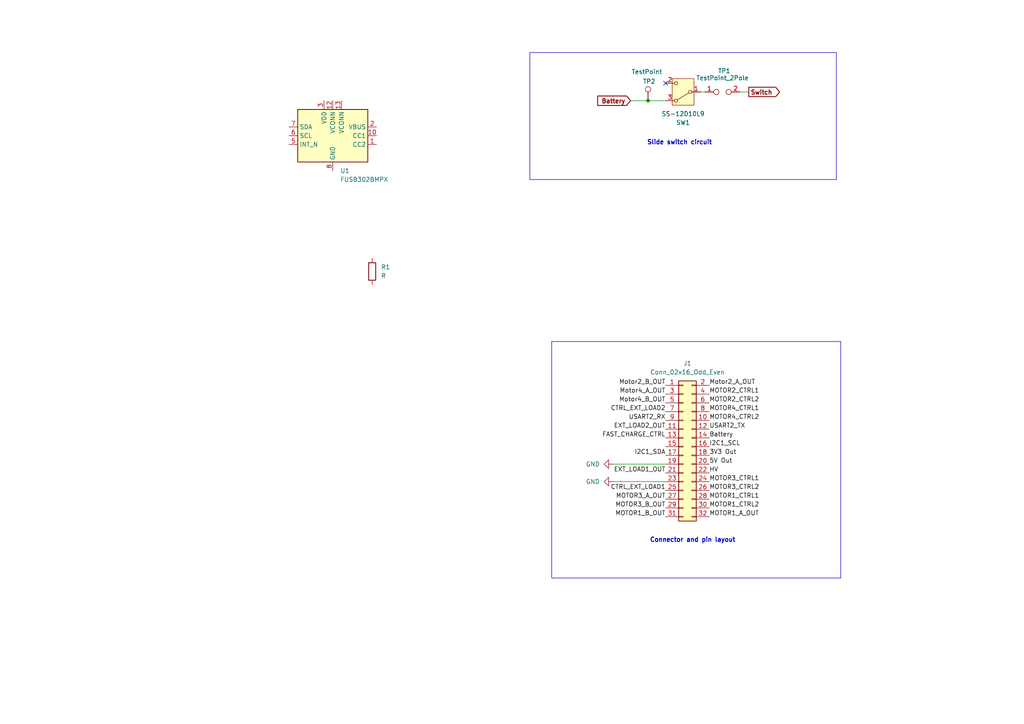
<source format=kicad_sch>
(kicad_sch (version 20250114) (generator "eeschema") (generator_version "9.0")
  (paper "A4")
  (lib_symbols
    (symbol "Connector:TestPoint" (pin_numbers (hide yes)) (pin_names (offset 0.762) (hide yes))
      (property "Reference" "TP" (at 0 6.858 0))
      (property "Value" "TestPoint" (at 0 5.08 0))
      (symbol "TestPoint_0_1"
        (circle (center 0 3.302) (radius 0.762))
      )
      (symbol "TestPoint_1_1"
        (pin passive line (at 0 0 90) (length 2.54) (name "1") (number "1"))
      )
    )
    (symbol "Connector:TestPoint_2Pole" (pin_names (offset 0.762) (hide yes))
      (property "Reference" "TP" (at 0 1.524 0))
      (property "Value" "TestPoint_2Pole" (at 0 -1.778 0))
      (symbol "TestPoint_2Pole_0_1"
        (circle (center -1.778 0) (radius 0.762))
        (circle (center 1.778 0) (radius 0.762))
        (pin passive line (at -5.08 0 0) (length 2.54) (name "1") (number "1"))
        (pin passive line (at 5.08 0 180) (length 2.54) (name "2") (number "2"))
      )
    )
    (symbol "Connector_Generic:Conn_02x16_Odd_Even" (pin_names (offset 1.016) (hide yes))
      (property "Reference" "J" (at 1.27 20.32 0))
      (property "Value" "Conn_02x16_Odd_Even" (at 1.27 -22.86 0))
      (symbol "Conn_02x16_Odd_Even_1_1"
        (rectangle (start -1.27 19.05) (end 3.81 -21.59) (stroke (width 0.254)) (fill (type background)))
        (rectangle (start -1.27 17.907) (end 0 17.653) (stroke (width 0.1524)))
        (rectangle (start -1.27 15.367) (end 0 15.113) (stroke (width 0.1524)))
        (rectangle (start -1.27 12.827) (end 0 12.573) (stroke (width 0.1524)))
        (rectangle (start -1.27 10.287) (end 0 10.033) (stroke (width 0.1524)))
        (rectangle (start -1.27 7.747) (end 0 7.493) (stroke (width 0.1524)))
        (rectangle (start -1.27 5.207) (end 0 4.953) (stroke (width 0.1524)))
        (rectangle (start -1.27 2.667) (end 0 2.413) (stroke (width 0.1524)))
        (rectangle (start -1.27 0.127) (end 0 -0.127) (stroke (width 0.1524)))
        (rectangle (start -1.27 -2.413) (end 0 -2.667) (stroke (width 0.1524)))
        (rectangle (start -1.27 -4.953) (end 0 -5.207) (stroke (width 0.1524)))
        (rectangle (start -1.27 -7.493) (end 0 -7.747) (stroke (width 0.1524)))
        (rectangle (start -1.27 -10.033) (end 0 -10.287) (stroke (width 0.1524)))
        (rectangle (start -1.27 -12.573) (end 0 -12.827) (stroke (width 0.1524)))
        (rectangle (start -1.27 -15.113) (end 0 -15.367) (stroke (width 0.1524)))
        (rectangle (start -1.27 -17.653) (end 0 -17.907) (stroke (width 0.1524)))
        (rectangle (start -1.27 -20.193) (end 0 -20.447) (stroke (width 0.1524)))
        (rectangle (start 3.81 17.907) (end 2.54 17.653) (stroke (width 0.1524)))
        (rectangle (start 3.81 15.367) (end 2.54 15.113) (stroke (width 0.1524)))
        (rectangle (start 3.81 12.827) (end 2.54 12.573) (stroke (width 0.1524)))
        (rectangle (start 3.81 10.287) (end 2.54 10.033) (stroke (width 0.1524)))
        (rectangle (start 3.81 7.747) (end 2.54 7.493) (stroke (width 0.1524)))
        (rectangle (start 3.81 5.207) (end 2.54 4.953) (stroke (width 0.1524)))
        (rectangle (start 3.81 2.667) (end 2.54 2.413) (stroke (width 0.1524)))
        (rectangle (start 3.81 0.127) (end 2.54 -0.127) (stroke (width 0.1524)))
        (rectangle (start 3.81 -2.413) (end 2.54 -2.667) (stroke (width 0.1524)))
        (rectangle (start 3.81 -4.953) (end 2.54 -5.207) (stroke (width 0.1524)))
        (rectangle (start 3.81 -7.493) (end 2.54 -7.747) (stroke (width 0.1524)))
        (rectangle (start 3.81 -10.033) (end 2.54 -10.287) (stroke (width 0.1524)))
        (rectangle (start 3.81 -12.573) (end 2.54 -12.827) (stroke (width 0.1524)))
        (rectangle (start 3.81 -15.113) (end 2.54 -15.367) (stroke (width 0.1524)))
        (rectangle (start 3.81 -17.653) (end 2.54 -17.907) (stroke (width 0.1524)))
        (rectangle (start 3.81 -20.193) (end 2.54 -20.447) (stroke (width 0.1524)))
        (pin passive line (at -5.08 17.78 0) (length 3.81) (name "Pin_1") (number "1"))
        (pin passive line (at -5.08 15.24 0) (length 3.81) (name "Pin_3") (number "3"))
        (pin passive line (at -5.08 12.7 0) (length 3.81) (name "Pin_5") (number "5"))
        (pin passive line (at -5.08 10.16 0) (length 3.81) (name "Pin_7") (number "7"))
        (pin passive line (at -5.08 7.62 0) (length 3.81) (name "Pin_9") (number "9"))
        (pin passive line (at -5.08 5.08 0) (length 3.81) (name "Pin_11") (number "11"))
        (pin passive line (at -5.08 2.54 0) (length 3.81) (name "Pin_13") (number "13"))
        (pin passive line (at -5.08 0 0) (length 3.81) (name "Pin_15") (number "15"))
        (pin passive line (at -5.08 -2.54 0) (length 3.81) (name "Pin_17") (number "17"))
        (pin passive line (at -5.08 -5.08 0) (length 3.81) (name "Pin_19") (number "19"))
        (pin passive line (at -5.08 -7.62 0) (length 3.81) (name "Pin_21") (number "21"))
        (pin passive line (at -5.08 -10.16 0) (length 3.81) (name "Pin_23") (number "23"))
        (pin passive line (at -5.08 -12.7 0) (length 3.81) (name "Pin_25") (number "25"))
        (pin passive line (at -5.08 -15.24 0) (length 3.81) (name "Pin_27") (number "27"))
        (pin passive line (at -5.08 -17.78 0) (length 3.81) (name "Pin_29") (number "29"))
        (pin passive line (at -5.08 -20.32 0) (length 3.81) (name "Pin_31") (number "31"))
        (pin passive line (at 7.62 17.78 180) (length 3.81) (name "Pin_2") (number "2"))
        (pin passive line (at 7.62 15.24 180) (length 3.81) (name "Pin_4") (number "4"))
        (pin passive line (at 7.62 12.7 180) (length 3.81) (name "Pin_6") (number "6"))
        (pin passive line (at 7.62 10.16 180) (length 3.81) (name "Pin_8") (number "8"))
        (pin passive line (at 7.62 7.62 180) (length 3.81) (name "Pin_10") (number "10"))
        (pin passive line (at 7.62 5.08 180) (length 3.81) (name "Pin_12") (number "12"))
        (pin passive line (at 7.62 2.54 180) (length 3.81) (name "Pin_14") (number "14"))
        (pin passive line (at 7.62 0 180) (length 3.81) (name "Pin_16") (number "16"))
        (pin passive line (at 7.62 -2.54 180) (length 3.81) (name "Pin_18") (number "18"))
        (pin passive line (at 7.62 -5.08 180) (length 3.81) (name "Pin_20") (number "20"))
        (pin passive line (at 7.62 -7.62 180) (length 3.81) (name "Pin_22") (number "22"))
        (pin passive line (at 7.62 -10.16 180) (length 3.81) (name "Pin_24") (number "24"))
        (pin passive line (at 7.62 -12.7 180) (length 3.81) (name "Pin_26") (number "26"))
        (pin passive line (at 7.62 -15.24 180) (length 3.81) (name "Pin_28") (number "28"))
        (pin passive line (at 7.62 -17.78 180) (length 3.81) (name "Pin_30") (number "30"))
        (pin passive line (at 7.62 -20.32 180) (length 3.81) (name "Pin_32") (number "32"))
      )
    )
    (symbol "Device:R" (pin_numbers (hide yes)) (pin_names (offset 0))
      (property "Reference" "R" (at 2.032 0 90))
      (property "Value" "R" (at 0 0 90))
      (symbol "R_0_1"
        (rectangle (start -1.016 -2.54) (end 1.016 2.54) (stroke (width 0.254)))
      )
      (symbol "R_1_1"
        (pin passive line (at 0 3.81 270) (length 1.27) (name "~") (number "1"))
        (pin passive line (at 0 -3.81 90) (length 1.27) (name "~") (number "2"))
      )
    )
    (symbol "Interface_USB:FUSB302BMPX"
      (property "Reference" "U" (at -10.16 8.89 0))
      (property "Value" "FUSB302BMPX" (at 3.81 8.89 0))
      (symbol "FUSB302BMPX_0_1"
        (rectangle (start -10.16 7.62) (end 10.16 -7.62) (stroke (width 0.254)) (fill (type background)))
      )
      (symbol "FUSB302BMPX_1_1"
        (pin bidirectional line (at -12.7 2.54 0) (length 2.54) (name "SDA") (number "7"))
        (pin input line (at -12.7 0 0) (length 2.54) (name "SCL") (number "6"))
        (pin open_collector line (at -12.7 -2.54 0) (length 2.54) (name "INT_N") (number "5"))
        (pin power_in line (at -2.54 10.16 270) (length 2.54) (name "VDD") (number "3"))
        (pin passive line (at -2.54 10.16 270) (length 2.54) (hide yes) (name "VDD") (number "4"))
        (pin power_in line (at 0 10.16 270) (length 2.54) (name "VCONN") (number "12"))
        (pin passive line (at 0 -10.16 90) (length 2.54) (hide yes) (name "GND") (number "15"))
        (pin power_in line (at 0 -10.16 90) (length 2.54) (name "GND") (number "8"))
        (pin passive line (at 0 -10.16 90) (length 2.54) (hide yes) (name "GND") (number "9"))
        (pin power_in line (at 2.54 10.16 270) (length 2.54) (name "VCONN") (number "13"))
        (pin input line (at 12.7 2.54 180) (length 2.54) (name "VBUS") (number "2"))
        (pin bidirectional line (at 12.7 0 180) (length 2.54) (name "CC1") (number "10"))
        (pin bidirectional line (at 12.7 0 180) (length 2.54) (hide yes) (name "CC1") (number "11"))
        (pin bidirectional line (at 12.7 -2.54 180) (length 2.54) (name "CC2") (number "1"))
        (pin bidirectional line (at 12.7 -2.54 180) (length 2.54) (hide yes) (name "CC2") (number "14"))
      )
    )
    (symbol "Switch:SW_Wuerth_450301014042" (pin_names (offset 1) (hide yes))
      (property "Reference" "SW" (at 0 5.08 0))
      (property "Value" "SW_Wuerth_450301014042" (at 0 -5.08 0))
      (symbol "SW_Wuerth_450301014042_0_1"
        (circle (center -2.032 0) (radius 0.4572))
        (polyline (pts (xy -1.651 0.254) (xy 1.651 2.286)))
        (circle (center 2.032 2.54) (radius 0.4572))
        (circle (center 2.032 -2.54) (radius 0.4572))
      )
      (symbol "SW_Wuerth_450301014042_1_1"
        (rectangle (start -3.175 3.81) (end 3.175 -3.81) (fill (type background)))
        (pin passive line (at -5.08 0 0) (length 2.54) (name "B") (number "1"))
        (pin passive line (at 5.08 2.54 180) (length 2.54) (name "A") (number "3"))
        (pin passive line (at 5.08 -2.54 180) (length 2.54) (name "C") (number "2"))
      )
    )
    (symbol "power:GND" (power) (pin_numbers (hide yes)) (pin_names (offset 0) (hide yes))
      (property "Value" "GND" (at 0 -3.81 0))
      (symbol "GND_0_1"
        (polyline (pts (xy 0 0) (xy 0 -1.27) (xy 1.27 -1.27) (xy 0 -2.54) (xy -1.27 -1.27) (xy 0 -1.27)))
      )
      (symbol "GND_1_1"
        (pin power_in line (at 0 0 270) (length 0) (name "~") (number "1"))
      )
    )
  )
  (rectangle (start 160.02 99.06) (end 243.84 167.64))
  (rectangle (start 153.67 15.24) (end 242.57 52.07))
  (text "Connector and pin layout" (at 200.914 156.718 0) (effects (font (size 1.27 1.27) (thickness 0.254) (bold yes))))
  (text "Slide switch circuit" (at 197.104 41.402 0) (effects (font (size 1.27 1.27) (thickness 0.254) (bold yes))))
  (junction (at 187.96 29.21))
  (no_connect (at 193.04 24.13))
  (wire (pts (xy 203.2 26.67) (xy 204.47 26.67)))
  (wire (pts (xy 214.63 26.67) (xy 217.17 26.67)))
  (wire (pts (xy 177.8 134.62) (xy 193.04 134.62)))
  (wire (pts (xy 187.96 29.21) (xy 193.04 29.21)))
  (wire (pts (xy 182.88 29.21) (xy 187.96 29.21)))
  (wire (pts (xy 177.8 139.7) (xy 193.04 139.7)))
  (label "MOTOR2_CTRL2" (at 205.74 116.84 0))
  (label "MOTOR1_A_OUT" (at 205.74 149.86 0))
  (label "Motor2_A_OUT" (at 205.74 111.76 0))
  (label "USART2_RX" (at 193.04 121.92 180))
  (label "3V3 Out" (at 205.74 132.08 0))
  (label "MOTOR1_CTRL2" (at 205.74 147.32 0))
  (label "Motor2_B_OUT" (at 193.04 111.76 180))
  (label "HV" (at 205.74 137.16 0))
  (label "MOTOR3_B_OUT" (at 193.04 147.32 180))
  (label "MOTOR4_CTRL2" (at 205.74 121.92 0))
  (label "MOTOR3_CTRL1" (at 205.74 139.7 0))
  (label "Motor4_A_OUT" (at 193.04 114.3 180))
  (label "EXT_LOAD1_OUT" (at 193.04 137.16 180))
  (label "MOTOR2_CTRL1" (at 205.74 114.3 0))
  (label "MOTOR1_CTRL1" (at 205.74 144.78 0))
  (label "FAST_CHARGE_CTRL" (at 193.04 127 180))
  (label "CTRL_EXT_LOAD2" (at 193.04 119.38 180))
  (label "CTRL_EXT_LOAD1" (at 193.04 142.24 180))
  (label "Motor4_B_OUT" (at 193.04 116.84 180))
  (label "I2C1_SCL" (at 205.74 129.54 0))
  (label "MOTOR4_CTRL1" (at 205.74 119.38 0))
  (label "Battery" (at 205.74 127 0))
  (label "I2C1_SDA" (at 193.04 132.08 180))
  (label "MOTOR1_B_OUT" (at 193.04 149.86 180))
  (label "MOTOR3_CTRL2" (at 205.74 142.24 0))
  (label "MOTOR3_A_OUT" (at 193.04 144.78 180))
  (label "EXT_LOAD2_OUT" (at 193.04 124.46 180))
  (label "USART2_TX" (at 205.74 124.46 0))
  (label "5V Out" (at 205.74 134.62 0))
  (global_label "Switch" (shape output) (at 217.17 26.67 0) (effects (font (thickness 0.254) (bold yes))) (property "Intersheetrefs" "${INTERSHEET_REFS}" (effects (hide yes))))
  (global_label "Battery" (shape input) (at 182.88 29.21 180) (effects (font (thickness 0.254) (bold yes))) (property "Intersheetrefs" "${INTERSHEET_REFS}" (effects (hide yes))))
  (symbol (lib_id "Connector:TestPoint") (at 187.96 29.21 0) (unit 1)
    (property "Reference" "TP2" (at 186.436 23.622 0) (effects (justify left)))
    (property "Value" "TestPoint" (at 183.134 20.828 0) (effects (justify left)))
    (property "Description" "test point" (effects (hide yes)))
  )
  (symbol (lib_id "Switch:SW_Wuerth_450301014042") (at 198.12 26.67 180) (unit 1)
    (property "Reference" "SW1" (at 198.12 35.56 0))
    (property "Value" "SS-12D10L9" (at 198.12 33.02 0))
    (property "Footprint" "Button_Switch_THT:SW_Slide-03_Wuerth-WS-SLTV_10x2.5x6.4_P2.54mm" (effects (hide yes)))
    (property "Datasheet" "https://www.we-online.com/components/products/datasheet/450301014042.pdf" (effects (hide yes)))
    (property "Description" "Switch slide, single pole double throw" (effects (hide yes)))
  )
  (symbol (lib_id "Connector_Generic:Conn_02x16_Odd_Even") (at 198.12 129.54 0) (unit 1)
    (property "Reference" "J1" (at 199.39 105.41 0))
    (property "Value" "Conn_02x16_Odd_Even" (at 199.39 107.95 0))
    (property "Description" "Generic connector, double row, 02x16, odd/even pin numbering scheme (row 1 odd numbers, row 2 even numbers), script generated (kicad-library-utils/schlib/autogen/connector/)" (effects (hide yes)))
  )
  (symbol (lib_id "Device:R") (at 107.95 78.74 0) (unit 1)
    (property "Reference" "R1" (at 110.49 77.4699 0) (effects (justify left)))
    (property "Value" "R" (at 110.49 80.0099 0) (effects (justify left)))
    (property "Description" "Resistor" (effects (hide yes)))
  )
  (symbol (lib_id "power:GND") (at 177.8 139.7 270) (unit 1)
    (property "Reference" "#PWR02" (effects (hide yes)))
    (property "Value" "GND" (at 173.99 139.6999 90) (effects (justify right)))
    (property "Description" "Power symbol creates a global label with name \"GND\" , ground" (effects (hide yes)))
  )
  (symbol (lib_id "Connector:TestPoint_2Pole") (at 209.55 26.67 0) (unit 1)
    (property "Reference" "TP1" (at 210.058 20.574 0))
    (property "Value" "TestPoint_2Pole" (at 209.55 22.606 0))
    (property "Description" "2-polar test point" (effects (hide yes)))
  )
  (symbol (lib_id "Interface_USB:FUSB302BMPX") (at 96.52 39.37 0) (unit 1)
    (property "Reference" "U1" (at 98.6633 49.53 0) (effects (justify left)))
    (property "Value" "FUSB302BMPX" (at 98.6633 52.07 0) (effects (justify left)))
    (property "Footprint" "Package_DFN_QFN:WQFN-14-1EP_2.5x2.5mm_P0.5mm_EP1.45x1.45mm" (effects (hide yes)))
    (property "Datasheet" "http://www.onsemi.com/pub/Collateral/FUSB302B-D.PDF" (effects (hide yes)))
    (property "Description" "Programmable USB Type-C Controller w/PD, I2C address 0x22, WQFN-14" (effects (hide yes)))
  )
  (symbol (lib_id "power:GND") (at 177.8 134.62 270) (unit 1)
    (property "Reference" "#PWR01" (effects (hide yes)))
    (property "Value" "GND" (at 173.99 134.6199 90) (effects (justify right)))
    (property "Description" "Power symbol creates a global label with name \"GND\" , ground" (effects (hide yes)))
  )
)
</source>
